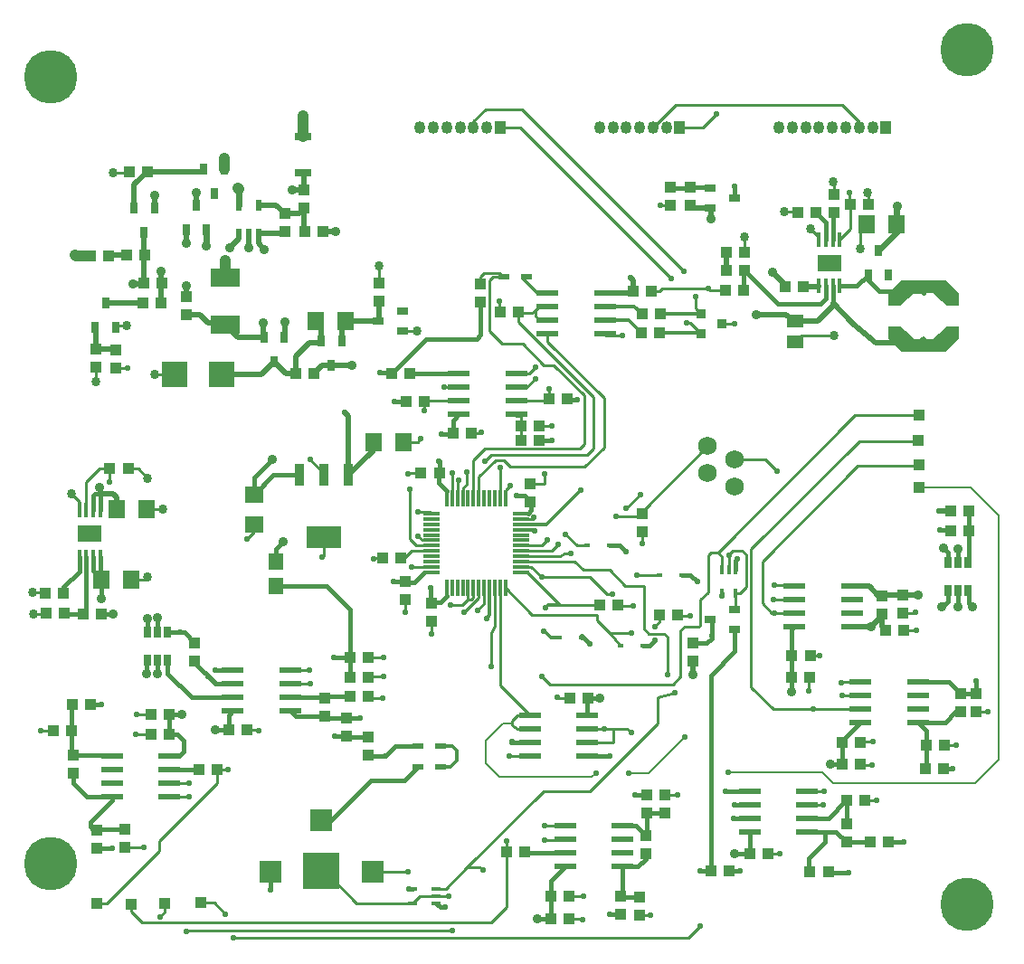
<source format=gtl>
G04 DipTrace 3.2.0.1*
G04 SiC_V3_BM.GTL*
%MOMM*%
G04 #@! TF.FileFunction,Copper,L1,Top*
G04 #@! TF.Part,Single*
%AMOUTLINE0*
4,1,10,
3.3,0.025,
2.125,-1.15,
-2.125,-1.15,
-3.3,0.025,
-3.3,1.15,
-2.125,1.15,
-0.875,0.025,
0.925,0.025,
2.125,1.15,
3.3,1.15,
3.3,0.025,
0*%
%AMOUTLINE3*
4,1,10,
-3.3,-0.025,
-2.125,1.15,
2.125,1.15,
3.3,-0.025,
3.3,-1.15,
2.125,-1.15,
0.875,-0.025,
-0.925,-0.025,
-2.125,-1.15,
-3.3,-1.15,
-3.3,-0.025,
0*%
G04 #@! TA.AperFunction,Conductor*
%ADD14C,0.254*%
%ADD15C,0.3*%
%ADD16C,0.4*%
%ADD17C,0.6*%
%ADD18C,0.5*%
%ADD19C,1.0*%
G04 #@! TA.AperFunction,ViaPad*
%ADD20C,0.87*%
G04 #@! TA.AperFunction,Conductor*
%ADD21C,0.3048*%
%ADD22C,0.2541*%
%ADD23C,0.16*%
%ADD24C,0.4064*%
%ADD27R,1.0X1.1*%
%ADD28R,1.6X1.8*%
%ADD29R,1.8X1.6*%
%ADD30R,1.1X1.0*%
%ADD31R,1.5X1.3*%
G04 #@! TA.AperFunction,ComponentPad*
%ADD32R,1.05X1.15*%
%ADD34O,1.05X1.15*%
%ADD36R,0.65X1.05*%
%ADD38R,1.6X0.8*%
%ADD40R,2.4X2.4*%
%ADD42R,1.05X0.65*%
%ADD44R,2.0X0.6*%
%ADD46R,0.59X0.45*%
%ADD47R,1.06X0.54*%
%ADD48R,1.42233X1.524*%
%ADD50R,0.69X0.99*%
%ADD51R,2.7X1.8*%
%ADD52R,2.0X2.0*%
%ADD53R,3.5X3.5*%
G04 #@! TA.AperFunction,ComponentPad*
%ADD54C,1.75*%
%ADD57R,0.3X1.6*%
%ADD58R,1.6X0.3*%
%ADD60R,0.4X1.4*%
%ADD61R,2.2X1.5*%
%ADD62R,0.85X0.85*%
%ADD64R,0.95X2.15*%
%ADD65R,3.25X2.15*%
%ADD67R,0.6X1.1*%
%ADD69R,0.9X0.4*%
%ADD71R,0.4X0.9*%
%ADD72R,1.1X1.1*%
G04 #@! TA.AperFunction,ComponentPad*
%ADD73C,5.0*%
G04 #@! TA.AperFunction,ViaPad*
%ADD75C,0.57*%
%ADD76C,0.8636*%
%ADD159OUTLINE0*%
%ADD162OUTLINE3*%
%FSLAX35Y35*%
G04*
G71*
G90*
G75*
G01*
G04 Top*
%LPD*%
X2058207Y5584330D2*
D14*
X1960567D1*
X1835880Y5459643D1*
Y5199987D1*
X2058207Y5584330D2*
Y5462600D1*
X6035727Y5002173D2*
Y5014150D1*
D15*
X5905397D1*
X9252677Y7631290D2*
D17*
X9420370Y7798983D1*
Y7876870D1*
X8259433Y7424913D2*
X8379543Y7304803D1*
Y7285333D1*
X9424933Y8042627D2*
X9420370Y8038063D1*
Y7876870D1*
X8889677Y7733290D2*
D14*
X8985933Y7829547D1*
Y8060253D1*
X5905397Y5064150D2*
D15*
X6142253D1*
X6462167Y5384063D1*
X8981240Y8166497D2*
D14*
Y8060253D1*
X8985933D1*
X7903920Y8232020D2*
D16*
X7905987Y8229953D1*
Y8120850D1*
X7675987Y8025850D2*
D18*
X7682863Y8018973D1*
Y7923317D1*
X7675987Y8025850D2*
X7489910D1*
Y8048503D1*
X4527213Y5835547D2*
Y5759537D1*
X4291567Y5523890D1*
Y6074677D1*
X4258023Y6108220D1*
X6695863Y7233620D2*
X6941640D1*
X6955357Y7247337D1*
Y7346933D1*
X6929737Y7372553D1*
X7681027Y1822373D2*
D16*
Y1818363D1*
X7578667D1*
X5818397Y3027273D2*
X5814397Y3023273D1*
X5988397D1*
X7681027Y1822373D2*
Y3651747D1*
X7908393Y3879113D1*
Y4077990D1*
X4478397Y2902273D2*
X4484397Y2896273D1*
X4633397D1*
X6732587D2*
X6528397D1*
X4939650Y2989547D2*
X4726670D1*
X4633397Y2896273D1*
X2117293Y6530093D2*
D14*
X2120083Y6527303D1*
X2222463D1*
X5802523Y5428867D2*
X5760397Y5386740D1*
Y5309150D1*
X6155863Y7106620D2*
X6077377D1*
X6043673Y7072917D1*
Y7012887D1*
X6066320Y6990240D1*
X6145243D1*
X6155863Y6979620D1*
X5360397Y5309150D2*
Y5404390D1*
X5397027Y5441020D1*
Y5549727D1*
X5564997Y5652617D2*
X5629457Y5717077D1*
X6526987D1*
X6581530Y5771620D1*
Y6254477D1*
X5878977Y6957030D1*
Y7055290D1*
X5865677Y7041990D1*
X6011343D1*
X6072143Y7102790D1*
X6155863D1*
Y7106620D1*
X2413307Y5495523D2*
X2324500Y5584330D1*
X2228207D1*
X2553427Y5208367D2*
X2548707Y5203647D1*
X2401860D1*
X2236560Y8365377D2*
X2225733Y8354550D1*
X2084773D1*
X2665440Y6466353D2*
X2664423Y6465337D1*
X2477053D1*
X1923083Y6532730D2*
X1923480Y6532333D1*
Y6403337D1*
X2111530Y6904413D2*
X2130727Y6923610D1*
X2217623D1*
X1770880Y5199987D2*
Y5273077D1*
X1712807Y5331150D1*
Y5352220D1*
X1700850D1*
X1867233Y4984353D2*
X1868380Y4983207D1*
X2409557Y4568377D2*
X2384303Y4543123D1*
X2254443D1*
X1455880Y4419987D2*
X1449640Y4426227D1*
X1335163D1*
X1460880Y4229987D2*
X1458770Y4227877D1*
X1342287D1*
X4807213Y5835547D2*
X4937183D1*
X4970557Y5868920D1*
X5260550Y5541873D2*
Y5309150D1*
X5260397D1*
X8465407Y4488437D2*
X8462790Y4491053D1*
X8279030D1*
X8465407Y4361437D2*
X8463817Y4359847D1*
X8272257D1*
X9480537Y4233313D2*
X9595170D1*
Y4236880D1*
X9602447Y4067853D2*
X9485523D1*
Y4070760D1*
X8699073Y3836420D2*
X8697400Y3834747D1*
X8612017D1*
X8605407Y3629830D2*
X8595373Y3619797D1*
Y3501593D1*
X10277627Y3305803D2*
X10274620Y3308810D1*
X10163457D1*
X8906183Y3584473D2*
X8907810Y3586100D1*
X9083457D1*
X8911493Y3464593D2*
X8916987Y3459100D1*
X9083457D1*
X9083563Y3023763D2*
X9086530Y3026730D1*
X9203740D1*
X9083563Y2818763D2*
X9090100Y2812227D1*
X9192450D1*
X9868457Y2995100D2*
X9872940Y2999583D1*
X9978290D1*
X8586027Y2568373D2*
X8588720Y2565680D1*
X8741873D1*
X9121027Y2477373D2*
X9234787D1*
Y2476797D1*
X7908393Y4267990D2*
X7917103Y4276700D1*
Y4418517D1*
X7954257D1*
X8010920Y4475180D1*
Y4780397D1*
X7975437Y4815880D1*
X7886887D1*
X7852103Y4781097D1*
Y4638517D1*
X7853007D2*
X7852103D1*
X8221027Y1977373D2*
X8221183Y1977217D1*
X8332023D1*
X7255437Y2527907D2*
X7255940Y2528410D1*
X7367050D1*
X6241320Y3443647D2*
X6245143Y3439823D1*
X6363430D1*
X5800237Y2892043D2*
X5988397D1*
Y2896273D1*
X6027917Y5128230D2*
X6035350D1*
X6021270Y5114150D1*
X5905397D1*
X7117670Y1407287D2*
X7013397D1*
Y1402273D1*
X6487940Y1585157D2*
X6485057Y1582273D1*
X6358397D1*
X6486073Y1363097D2*
X6481897Y1367273D1*
X6354067D1*
X6317120Y2239550D2*
X6311723Y2244947D1*
X6124057D1*
X6317120Y2112550D2*
X6311427Y2106857D1*
X6125923D1*
X4851380Y1809083D2*
X4514163D1*
Y1811757D1*
X4892233Y1517513D2*
X4957233Y1582513D1*
X5112233D1*
X5227900D1*
Y1583560D1*
X4892233Y1517513D2*
X4369000D1*
X4069757Y1816757D1*
X4038787D1*
X8473943Y6775813D2*
X8531510Y6833380D1*
X8838370D1*
X8497677Y7986290D2*
X8492143Y7991823D1*
X8369197D1*
X9152133Y8172280D2*
X9155933Y8168480D1*
Y8060253D1*
X9140370Y7876870D2*
X9084257Y7820757D1*
Y7646583D1*
X8614833Y7830380D2*
X8694677Y7750537D1*
Y7733290D1*
X8792177Y7513290D2*
X8793857D1*
X8831547Y8274810D2*
X8831967Y8274390D1*
Y8152420D1*
X4579433Y7485347D2*
X4580443Y7484337D1*
Y7326503D1*
X4933070Y6873940D2*
X4930823Y6871693D1*
X4799243D1*
X4848080Y5539403D2*
X4849703Y5541027D1*
X4970247D1*
X6122700Y5534193D2*
Y5441287D1*
X5994517D1*
X8000963Y7752753D2*
X7999667Y7751457D1*
Y7612313D1*
X8793857Y7512500D2*
X8748923Y7467567D1*
X8710057D1*
X8872907Y7466490D2*
X8826897Y7512500D1*
X8793857D1*
X8873983Y7560313D2*
X8826170Y7512500D1*
X8710057Y7560313D2*
X8757870Y7512500D1*
X8793857D1*
X7037057Y4881203D2*
X7037447Y4881593D1*
Y4997227D1*
X5536897Y5922070D2*
X5532597Y5917770D1*
X5441583D1*
X6193010Y5982267D2*
X6077217D1*
Y5982800D1*
X4061567Y4943890D2*
Y4770120D1*
X4047840Y4756393D1*
X3404820Y5058310D2*
Y4996330D1*
X3338073Y4929583D1*
X4061567Y5523890D2*
Y5539887D1*
X3931523Y5669930D1*
X4528010Y4743683D2*
X4532697Y4748370D1*
X4613203D1*
X4473397Y3820413D2*
X4474567Y3819243D1*
X4615837D1*
X4478397Y3627273D2*
X4488547Y3637423D1*
X4622450D1*
X4473397Y3452273D2*
X4486597Y3439073D1*
X4612530D1*
X3448877Y3134213D2*
X3445817Y3137273D1*
X3338397D1*
X3747897Y3697773D2*
X3748743Y3696927D1*
X3924917D1*
X5242787Y4308817D2*
X5245637Y4311667D1*
X5359387D1*
X5410397Y4362677D1*
Y4469150D1*
X5065397Y4664150D2*
X5062863Y4666683D1*
X4885890D1*
X2800460Y2639707D2*
X2798690Y2641477D1*
X2616520D1*
X2375487Y2039043D2*
X2375387Y2038943D1*
X2199723D1*
X1531520Y3135477D2*
X1529443Y3133400D1*
X1409353D1*
X2441520Y3095477D2*
X2439960Y3097037D1*
X2300743D1*
X2444070Y3283090D2*
X2440233Y3286927D1*
X2311477D1*
X2616520Y2514477D2*
X2619423Y2511573D1*
X2798933D1*
X4819720Y4243363D2*
X4820087Y4243730D1*
Y4361130D1*
X5066373Y4041560D2*
X5067923Y4043110D1*
Y4158213D1*
X5865583Y6474290D2*
X5980127D1*
X6042193Y6536357D1*
X7817637Y7256303D2*
X7672387D1*
X7658717Y7269973D1*
X6695863Y6852620D2*
Y6835447D1*
X6855067D1*
X5708977Y7055290D2*
X5703507D1*
Y7150353D1*
X7788740Y6942697D2*
X7907053D1*
X7125357Y7247337D2*
X7205767D1*
X7228403Y7269973D1*
X7658717D1*
X5410397Y4469150D2*
Y4357110D1*
X5436863D1*
X5457807Y4378053D1*
Y4471740D1*
X5460397Y4469150D1*
X5497893Y4260593D2*
X5560397Y4323097D1*
Y4469150D1*
X8046027Y2314373D2*
D16*
X7896997D1*
X10132803Y4288360D2*
X10093303Y4327860D1*
Y4437897D1*
X10085983Y4445217D1*
X10090013D1*
X3207897Y3443773D2*
X3206397Y3442273D1*
X2823397D1*
X2598397Y3667273D1*
Y3792273D1*
X8586027Y2314373D2*
X8783027D1*
X8946027Y2477373D1*
X8951027D1*
X8956027Y2472373D1*
Y2257373D1*
X6695863Y6979620D2*
D21*
X6910060D1*
X7029503Y6860177D1*
X6695863Y7106620D2*
X6964650D1*
X7037613Y7033657D1*
X4068397Y3437273D2*
D16*
X4061897Y3443773D1*
X3747897D1*
X4068397Y3437273D2*
X4083397Y3452273D1*
X4303397D1*
X2199723Y2208943D2*
X1939127D1*
Y2202210D1*
X1903360D1*
X1874870Y2230700D1*
Y2278073D1*
X2076520Y2479723D1*
Y2514477D1*
X2075520Y2515477D1*
X1841520D1*
X1716520Y2640477D1*
Y2735477D1*
X2076520Y2895477D2*
X2066520Y2905477D1*
X1716520D1*
X1701520D1*
Y3135477D1*
Y3375477D1*
X1706520D1*
X7086167Y2357800D2*
X7086273Y2357907D1*
X7255437D1*
X7073933Y2146413D2*
X6980797Y2239550D1*
X6857120D1*
X7073933Y2146413D2*
X7086167Y2158647D1*
Y2357800D1*
X10018957Y3480600D2*
X9913457Y3586100D1*
X9623457D1*
X10018957Y3480600D2*
X10020747Y3478810D1*
X10163457D1*
X9347963Y2091543D2*
X9485233D1*
X10163457Y3597503D2*
Y3478810D1*
X9623457Y3205100D2*
X9628457Y3210100D1*
X9873457D1*
X9973957Y3310600D1*
X10018957D1*
X9623457Y3205100D2*
X9698457Y3130100D1*
Y2995100D1*
Y2775100D1*
X9688457D1*
X6838397Y1582273D2*
X6848397Y1572273D1*
X7013397D1*
X6838397Y1582273D2*
X6857120Y1600997D1*
Y1858550D1*
X6999020D1*
X7073933Y1933463D1*
Y1976413D1*
X9285270Y4396213D2*
D18*
X9292370Y4403313D1*
X9480537D1*
X9005407Y4488437D2*
X9011010Y4482833D1*
X9166520D1*
X9253140Y4396213D1*
X9285270D1*
X9480537Y4403313D2*
X9622973D1*
X9817313Y5191597D2*
X9927323D1*
X9005407Y4107437D2*
X9186063D1*
X9285270Y4206643D1*
Y4226213D1*
X9315523Y4070760D2*
X9330850Y4055433D1*
X9339643D1*
X9285270Y4109807D1*
Y4226213D1*
X7516143Y3653053D2*
Y3779617D1*
X1921530Y6904413D2*
X1923083Y6902860D1*
Y6702730D1*
X2117293Y6700093D2*
X2114657Y6702730D1*
X1923083D1*
X9157677Y7401290D2*
D16*
X9049677Y7293290D1*
X8889677D1*
X9157677Y7401290D2*
Y7347920D1*
X9263070Y7242527D1*
X9663063D1*
X9674490Y7231100D1*
X5943397Y1997273D2*
X5955120Y1985550D1*
X6317120D1*
X2891520Y2765477D2*
X2888520Y2768477D1*
X2616520D1*
X2368833Y7136663D2*
D18*
X2366583Y7134413D1*
X2016530D1*
X8694677Y7293290D2*
D16*
X8686720Y7285333D1*
D18*
X8549543D1*
X8667677Y7986290D2*
D16*
X8759677Y7894290D1*
Y7733290D1*
X8824677D2*
Y7982420D1*
X8831967D1*
X7996703Y7444290D2*
X8309080Y7131913D1*
X8709637D1*
X8759677Y7181953D1*
Y7293290D1*
X7996703Y7444290D2*
X7987637Y7435223D1*
Y7256303D1*
X7829667Y7612313D2*
D18*
X7826703Y7609350D1*
Y7444290D1*
X3867913Y8352030D2*
X3877583Y8342360D1*
Y8191430D1*
X2543457Y7323710D2*
X2538833Y7319087D1*
Y7136663D1*
X3877583Y8191430D2*
X3767490D1*
X3358870Y7654257D2*
Y7780903D1*
X2543457Y7323710D2*
X2539143Y7328023D1*
Y7431260D1*
X2938633Y8393507D2*
X2910503Y8365377D1*
X2406560D1*
X2284720Y8243537D1*
Y8029800D1*
X2045600Y7579927D2*
X2047480Y7581807D1*
X2213287D1*
X2771950Y7818230D2*
X2770040Y7698527D1*
Y7298523D2*
X2774877Y7293687D1*
Y7196867D1*
X3137407Y6931763D2*
X3256640Y6812530D1*
X3501877D1*
X3137407Y6931763D2*
X3121550Y6947620D1*
X2976123D1*
X2896877Y7026867D1*
X2774877D1*
X4049107Y7808760D2*
X4171603D1*
X3493723Y6948243D2*
Y6812530D1*
X3501877D1*
X2866950Y8048230D2*
Y8170400D1*
X3184210Y7654690D2*
X3263870Y7734350D1*
Y7780903D1*
X3691877Y6812530D2*
X3699990D1*
Y6957923D1*
X2474720Y8029800D2*
Y8144373D1*
X3694517Y7971973D2*
X3615587Y8050903D1*
X3453870D1*
X3877583Y8021430D2*
X3828127Y7971973D1*
X3694517D1*
X3879107Y7808760D2*
X3877583Y7810283D1*
Y8021430D1*
X2379720Y7799800D2*
Y7581807D1*
X2383287D1*
X2373457Y7571977D1*
Y7323710D1*
X3453870Y7780903D2*
X3460377Y7787410D1*
X3694517D1*
Y7801973D1*
X2373457Y7323710D2*
X2365847Y7316100D1*
X2275247D1*
X3505703Y7639910D2*
X3453870Y7691743D1*
Y7780903D1*
X7373397Y4217273D2*
D14*
X7383080Y4207590D1*
X7493397D1*
X8638987Y3332100D2*
X9083457D1*
X8638987D2*
X8264947D1*
X8061200Y3535847D1*
Y4832683D1*
X9069480Y5840963D1*
X9609653D1*
X9619137Y5850447D1*
X6813397Y4312273D2*
Y4304193D1*
X6959720D1*
X8273410Y4233927D2*
X8465407D1*
Y4234437D1*
X8273410Y4233927D2*
X8253337D1*
X8165587Y4321677D1*
Y4717453D1*
X9058210Y5610077D1*
X9621970D1*
X9630503Y5618610D1*
X3596877Y6582530D2*
D18*
X3705487Y6473920D1*
X3795703D1*
X3984410Y6963083D2*
X4037080Y7015753D1*
Y6782927D1*
X3596877Y6582530D2*
X3480700Y6466353D1*
X3105440D1*
X4037080Y6782927D2*
X4020747Y6766593D1*
X3926357D1*
X3795703Y6635940D1*
Y6473920D1*
X4264410Y6963083D2*
X4227080Y7000413D1*
Y6782927D1*
X4264410Y6963083D2*
X4268020Y6966693D1*
X4569243D1*
X4580443D1*
Y7156503D1*
X1630880Y4229987D2*
D16*
X1635880Y4224987D1*
X1805880D1*
X1835880Y4759987D2*
Y4224987D1*
X1805880D1*
X1770880Y4759987D2*
Y4620737D1*
X1625880Y4475737D1*
Y4419987D1*
X5065397Y4814150D2*
D14*
X4878017D1*
X4783203Y4719337D1*
Y4748370D1*
X5325583Y6474290D2*
D16*
X5320530Y6479343D1*
X5043370D1*
X5042100Y6478073D1*
X4862247D1*
X7675987Y8215850D2*
X7673333Y8218503D1*
X7489910D1*
X7485910Y8214503D1*
X7307293D1*
Y8222177D1*
X5865583Y6093290D2*
D17*
X5907217D1*
D14*
Y5982800D1*
X5908400Y5981617D1*
Y5849460D1*
X6155863Y7233620D2*
D21*
X6058510D1*
X5931180Y7360950D1*
X5939707D1*
X5959070Y7380313D1*
X5153650Y2989547D2*
X5259897D1*
X5301467Y2947977D1*
Y2853897D1*
X5244963Y2797393D1*
X5155943D1*
X4038787Y2292130D2*
D16*
X4125253D1*
X4503557Y2670433D1*
X4814983D1*
X4941943Y2797393D1*
X7037447Y5167227D2*
D14*
X7005383Y5135163D1*
X6791310D1*
X5376667Y4240430D2*
X5510397Y4374160D1*
Y4469150D1*
X7651020Y5797773D2*
X7037447Y5184200D1*
Y5167227D1*
X7307293Y8052177D2*
X7211803D1*
X5710397Y5597583D2*
Y5309150D1*
X8586027Y2187373D2*
D16*
X8753127D1*
Y2092290D1*
X8599980Y1939143D1*
Y1810150D1*
X8611027D1*
X9177963Y2091543D2*
X9173793Y2087373D1*
X8956027D1*
X8856027Y2187373D1*
X8586027D1*
X8781027Y1810150D2*
Y1805670D1*
X8973607D1*
X9943037Y2775100D2*
X9858457D1*
X7959213Y1822373D2*
X7851027D1*
X3747897Y3316773D2*
X3797397Y3267273D1*
X4068397D1*
X4083397Y3252273D1*
X4273397D1*
X4278397Y3247273D1*
X4398397D1*
X6974370Y2527800D2*
X7086167D1*
X4273397Y3082273D2*
X4283397Y3072273D1*
X4483397D1*
X4478397D1*
X6838397Y1412273D2*
X6835313Y1415357D1*
X6734390D1*
X4163397Y3082273D2*
X4273397D1*
X10090013Y4704217D2*
X10097777Y4711980D1*
Y5006503D1*
X10097323Y5191597D2*
X10097777Y5191143D1*
Y5006503D1*
X8046027Y2441373D2*
X7906250D1*
X7689073Y4023907D2*
Y4172990D1*
X7678393D1*
X7689073Y4023907D2*
Y3999103D1*
X7639587Y3949617D1*
X7516143D1*
X9927777Y5006503D2*
Y5010623D1*
X9830403D1*
X2853397Y3957273D2*
X2759397Y4051273D1*
X2718397D1*
X2598397D1*
X1939127Y2032210D2*
X2076493D1*
X3207897Y3570773D2*
X3049897D1*
X2833397Y3787273D1*
X2853397D1*
X1876520Y3375477D2*
X1974907D1*
X2973397Y3642273D2*
X3044897Y3570773D1*
X3207897D1*
X3563413Y1811757D2*
Y1639590D1*
X7199503Y6860177D2*
D21*
X7576260D1*
X7588740Y6847697D1*
D14*
X7488900Y6947537D1*
X7452013D1*
X7308063Y7367717D2*
X5900780Y8775000D1*
X5711000D1*
X7207613Y7033657D2*
D21*
X7584700D1*
X7588740Y7037697D1*
X5461000Y8775000D2*
D14*
Y8839440D1*
X5572657Y8951097D1*
X5918870D1*
X7433113Y7436853D1*
X7537367Y7198027D2*
Y7089070D1*
X7588740Y7037697D1*
X6155863Y6852620D2*
Y6771330D1*
X6683337Y6243857D1*
Y5785323D1*
X6501063Y5603050D1*
X5801167D1*
X5741777Y5662440D1*
X5665340D1*
X5510397Y5507497D1*
Y5309150D1*
X5865583Y6347290D2*
X5959733D1*
X6039703Y6427260D1*
X7734320Y8902583D2*
X7606737Y8775000D1*
X7391000D1*
X6170333Y6236037D2*
X6154587Y6220290D1*
X5865583D1*
X6170333Y6236037D2*
Y6335320D1*
X4938053Y4955877D2*
X4979780Y4914150D1*
X5065397D1*
X5325583Y6347290D2*
X5323430Y6349443D1*
X5187233D1*
X7141000Y8775000D2*
X7353007Y8987007D1*
X8915570D1*
X9071000Y8831577D1*
Y8775000D1*
X5003517Y6213260D2*
X5010547Y6220290D1*
X5325583D1*
X5003517Y6213260D2*
X5000393Y6210137D1*
Y6130187D1*
X4862267Y5394143D2*
Y4922783D1*
X4920900Y4864150D1*
X5065397D1*
X7020130Y5345480D2*
X6886483Y5211833D1*
X4938443Y5178373D2*
X5051173D1*
X5065397Y5164150D1*
X7905020Y5674773D2*
X8189677D1*
X8305767Y5558683D1*
X5325180Y5477047D2*
X5310397Y5462263D1*
Y5309150D1*
X5529387Y7312123D2*
Y7385290D1*
X5562773Y7418677D1*
X5692107D1*
X5706707D1*
X5745070Y7380313D1*
X5692107Y7418677D2*
X5728213Y7382570D1*
X5640210D1*
X5609217Y7351577D1*
Y6872367D1*
X5728697Y6752887D1*
X5921190D1*
X6118127Y6555950D1*
D22*
X6215407D1*
X6496680Y6274677D1*
D14*
Y5814110D1*
X6454677Y5772107D1*
X5566450D1*
X5460397Y5666053D1*
Y5309150D1*
X3965703Y6473920D2*
D18*
X4044710Y6552927D1*
X4132080D1*
X8473943Y6965813D2*
Y6946250D1*
X8391107Y7029087D1*
X8110260D1*
X4323667Y6552927D2*
X4132080D1*
X1965880Y5199987D2*
D16*
Y5347170D1*
X1956983Y5356067D1*
Y5412333D1*
X1900880Y5199987D2*
Y5329030D1*
X1919207Y5347357D1*
X1965880D1*
Y5199987D2*
Y5352303D1*
D18*
X2087817D1*
X2121860Y5318260D1*
Y5203647D1*
X8473943Y6965813D2*
X8682097D1*
X8824677Y7108393D1*
Y7137493D1*
D16*
Y7293290D1*
Y7137493D2*
D18*
X9016317Y6945853D1*
X9224607Y6768257D1*
X9641647D1*
X9674490Y6801100D1*
X5905397Y4714150D2*
D14*
X6409827D1*
X6488383Y4635593D1*
X6737563D1*
X6883170Y4489987D1*
X7057767D1*
Y4085600D1*
X7104183Y4039183D1*
X7248297D1*
X7276490Y4010990D1*
Y3656980D1*
X7348650Y3489080D2*
X7181193Y3441060D1*
Y3202903D1*
X6546583Y2568293D1*
X6117897D1*
X5402127Y1852523D1*
X5200623Y1651020D1*
X5115740D1*
X5112233Y1647513D1*
X5402127Y1852523D2*
X5518833D1*
X5547440Y1823917D1*
X5259103Y1262440D2*
X2763517D1*
X2775627Y1250330D1*
X2526433Y1389017D2*
X2572343Y1434927D1*
Y1511050D1*
X5760397Y4469150D2*
X6012273Y4217273D1*
X6614750D1*
Y4161997D1*
X6732447Y4044300D1*
X6840983Y3924267D1*
X7203397Y4217273D2*
Y4153807D1*
X7157777Y4108187D1*
X6938167Y4044300D2*
X6732447D1*
X5905397Y4814150D2*
X6196113D1*
X6257410Y4875447D1*
X5770613Y2097453D2*
Y1997273D1*
X5773397D1*
X7205773Y4591823D2*
X6995573D1*
X6989173Y4585423D1*
X5773397Y1997273D2*
Y1478943D1*
X5627760Y1333307D1*
X2359597D1*
X2254887Y1438017D1*
Y1509807D1*
X3128360Y8489933D2*
D19*
X3128633Y8393507D1*
X3260470Y8208853D2*
X3263870Y8205453D1*
D17*
Y8050903D1*
X3137297Y7534920D2*
D19*
X3137407Y7534810D1*
Y7371763D1*
X1732930Y7583810D2*
X1736813Y7579927D1*
X1875600D1*
X2956447Y7669597D2*
D17*
X2961950Y7818230D1*
X3868157Y8885893D2*
D19*
Y8827120D1*
X3867913D1*
Y8692030D1*
X5988397Y3277273D2*
D14*
X5871333D1*
X5821780Y3227720D1*
Y3200017D1*
Y3180573D1*
X5875763Y3150273D1*
X5988397D1*
Y3277273D2*
X5710397Y3555273D1*
Y4469150D1*
X5821780Y3200017D2*
D23*
X5737960D1*
X5572853Y3034910D1*
Y2829670D1*
X5702077Y2700447D1*
X6568633D1*
X6606040Y2737853D1*
X6910997D2*
X7102507D1*
X7435460Y3070807D1*
X7845100Y2741757D2*
X8725877D1*
X8829873Y2637760D1*
X10159353D1*
X10380933Y2859340D1*
Y5143513D1*
X10111177Y5413270D1*
X9628227D1*
X9632150Y5409347D1*
X6528397Y3150273D2*
D14*
X6771737D1*
Y3023273D1*
X6528397D1*
X5905397Y4764150D2*
X6269770D1*
X6313483Y4787557D1*
X6372057D1*
X6688397Y3147273D2*
X6685397Y3150273D1*
X6528397D1*
X6688397Y3151507D2*
X6898547D1*
X6937587Y3112467D1*
X7584270Y1299450D2*
X7475810Y1190990D1*
X3212803D1*
X3138327Y1416103D2*
X3032510Y1521920D1*
X2908543D1*
X5905397Y4614150D2*
D15*
X5968483D1*
D14*
X6270360Y4312273D1*
X6643397D1*
X6270360D2*
D21*
X6158047D1*
X6131897Y4286123D1*
X6121217Y4065893D2*
Y4069617D1*
X6186363Y4004470D1*
X6264633D1*
X6264943Y4004780D1*
X3061520Y2765477D2*
D14*
X3160560D1*
X6153397Y4917273D2*
X6100273Y4864150D1*
X5905397D1*
X6528217Y4865563D2*
X6427963D1*
X6324047Y4969480D1*
X3061520Y2765477D2*
Y2638620D1*
X2518600Y2095700D1*
Y2004293D1*
X2029547Y1515240D1*
X1938140D1*
X3168397Y3137273D2*
D16*
X3163507Y3142163D1*
X3041560D1*
X2614070Y3283090D2*
X2611520Y3280540D1*
Y3095477D1*
X2406727Y4181753D2*
X2408397Y4180083D1*
Y4051273D1*
X2502590Y4189807D2*
X2503397Y4189000D1*
Y4051273D1*
X2408397Y3792273D2*
X2401553Y3785430D1*
Y3665807D1*
X2503397Y3792273D2*
X2499737Y3788613D1*
Y3662170D1*
X2091923Y4223403D2*
X2090340Y4224987D1*
X1975880D1*
X1975460Y4366923D2*
X1974443Y4367940D1*
Y4543123D1*
X6533430Y3439823D2*
X6528397Y3434790D1*
Y3277273D1*
X7902933Y1980010D2*
X7905570Y1977373D1*
X8051027D1*
X6317120Y1858550D2*
X6188397Y1729827D1*
Y1582273D1*
X6184067Y1577943D1*
Y1367273D1*
X8046027Y2187373D2*
X8051027Y2182373D1*
Y1977373D1*
X3207897Y3316773D2*
X3168397Y3277273D1*
Y3137273D1*
X9083457Y3205100D2*
X8913563Y3035207D1*
Y3023763D1*
Y2818763D1*
X9839833Y4291880D2*
X9846343D1*
X9900013Y4345550D1*
Y4445217D1*
X9995013D2*
X9991833Y4442037D1*
Y4289243D1*
X9857507Y4842093D2*
X9900013Y4799587D1*
Y4704217D1*
X9995080Y4832017D2*
X9995013Y4831950D1*
Y4704217D1*
X8465407Y4107437D2*
X8436240Y4078270D1*
Y3834747D1*
X8442017D1*
X8435407Y3828137D1*
Y3629830D1*
X8434190Y3628613D1*
Y3493957D1*
X8798260Y2818300D2*
X8798723Y2818763D1*
X8913563D1*
X6645380Y3439107D2*
X6644663Y3439823D1*
X6533430D1*
X6058527Y1369347D2*
X6060600Y1367273D1*
X6184067D1*
X2611520Y3095477D2*
X2687253D1*
X2746427Y3036303D1*
Y2934130D1*
X2707773Y2895477D1*
X2616520D1*
X2734057Y3286143D2*
X2731003Y3283090D1*
X2614070D1*
X6475943Y4004780D2*
Y4018720D1*
X6552833Y3941830D1*
X6739217Y4865563D2*
X6832703D1*
X6892220Y4806047D1*
X7416773Y4591823D2*
X7492073D1*
X7553293Y4530603D1*
X7051983Y3924267D2*
X7107040D1*
X7158193Y3975420D1*
X1974443Y4543123D2*
Y4553800D1*
X1965880Y4562363D1*
Y4759987D1*
X1900880D2*
Y4627363D1*
X1965880Y4562363D1*
X5905397Y4664150D2*
D14*
X6001660D1*
X6098790Y4567020D1*
X3935400Y3573510D2*
Y3570773D1*
X3747897D1*
X6098790Y4567020D2*
X6552713D1*
X6712460Y4407273D1*
X6763397D1*
X8731997Y2441373D2*
X8586027D1*
X5067923Y4328213D2*
D16*
X5072843Y4333133D1*
X5152780D1*
X5210397Y4390750D1*
D15*
Y4469150D1*
X5067923Y4328213D2*
D16*
X5056133Y4340003D1*
Y4466310D1*
X4708557Y4528980D2*
X4710707Y4531130D1*
X4820087D1*
X5864897Y5332737D2*
X5944370D1*
X5994517Y5282590D1*
Y5271287D1*
X6001020Y5264783D1*
Y5194050D1*
X5971120Y5164150D1*
D15*
X5905397D1*
X5138553Y5655943D2*
D16*
X5140247Y5654250D1*
Y5541027D1*
X5137753Y5538533D1*
Y5448983D1*
X5210397Y5376340D1*
D15*
Y5309150D1*
X4820087Y4531130D2*
D16*
X4827687Y4523530D1*
X4907127D1*
X4997747Y4614150D1*
D15*
X5065397D1*
X3681880Y4899623D2*
D16*
X3612250Y4829993D1*
Y4713557D1*
X5325583Y6093290D2*
X5271583Y6039290D1*
Y5917770D1*
X6432063Y6230537D2*
X6340333D1*
Y6236037D1*
X6194293Y5852580D2*
X6191173Y5849460D1*
X6078400D1*
X5271583Y5917770D2*
X5264227Y5910413D1*
X5164647D1*
X4833517Y6213260D2*
X4831663Y6215113D1*
X4717113D1*
X4692247Y6478073D2*
X4688590Y6481730D1*
X4588567D1*
X3831567Y5523890D2*
X3590400D1*
X3404820Y5338310D1*
Y5502913D1*
X3577627Y5675720D1*
X5529387Y7142123D2*
D24*
Y6836470D1*
X5494023Y6801107D1*
X5015280D1*
X4692247Y6478073D1*
X4303397Y3820413D2*
D16*
Y3627273D1*
X4308397D1*
X3612250Y4484957D2*
X4082743D1*
X4303397Y4264303D1*
Y3820413D1*
X4297813Y3814830D1*
X4155193D1*
X3048397Y3697773D2*
X3207897D1*
X7787103Y4418517D2*
Y4393847D1*
X7931763Y4736720D2*
X7917103Y4722060D1*
Y4638517D1*
X8046027Y2568373D2*
X7816670D1*
X5584740Y4178230D2*
D15*
X5580887Y4182083D1*
X5610397Y4211593D1*
Y4469150D1*
X5112233Y1517513D2*
D16*
X5150673Y1479073D1*
X5192520D1*
X4859257Y1647513D2*
X4892233D1*
X5660397Y4469150D2*
D14*
Y4114970D1*
X5623237Y4047560D1*
Y3734380D1*
X6099983Y3643047D2*
X6176267Y3566763D1*
X7326947D1*
X7400337Y3640153D1*
Y4071307D1*
X7437033Y4108003D1*
X7574633D1*
X7585483Y4118853D1*
Y4355687D1*
X7655903Y4426107D1*
Y4771163D1*
X7681147Y4796407D1*
X7751563D1*
X7787103Y4760867D1*
Y4638517D1*
X9627920Y6085903D2*
X9033890D1*
X7751563Y4803577D1*
Y4796407D1*
D75*
X2058207Y5462600D3*
X6035727Y5002173D3*
X6462167Y5384063D3*
X8981240Y8166497D3*
X7903920Y8232020D3*
X4258023Y6108220D3*
X6929737Y7372553D3*
X7578667Y1818363D3*
X5818397Y3027273D3*
X4633397Y2896273D3*
X6732587D3*
X2222463Y6527303D3*
X5802523Y5428867D3*
X5397027Y5549727D3*
X5564997Y5652617D3*
X4970557Y5868920D3*
X4047840Y4756393D3*
X3338073Y4929583D3*
X3931523Y5669930D3*
X6042193Y6536357D3*
X7658717Y7269973D3*
X6855067Y6835447D3*
X5703507Y7150353D3*
X7907053Y6942697D3*
X7896997Y2314373D3*
D20*
X10132803Y4288360D3*
D75*
X9485233Y2091543D3*
X10163457Y3597503D3*
D20*
X9622973Y4403313D3*
D75*
X9817313Y5191597D3*
D20*
X7516143Y3653053D3*
X9186063Y4107437D3*
X3767490Y8191430D3*
X3358870Y7654257D3*
X2539143Y7431260D3*
X2770040Y7698527D3*
Y7298523D3*
X4171603Y7808760D3*
X3493723Y6948243D3*
X2866950Y8170400D3*
X3184210Y7654690D3*
X3699990Y6957923D3*
X2474720Y8144373D3*
X2866950Y8170400D3*
X2275247Y7316100D3*
X3505703Y7639910D3*
D75*
X7493397Y4207590D3*
X8638987Y3332100D3*
D3*
X6959720Y4304193D3*
X8273410Y4233927D3*
D3*
X6791310Y5135163D3*
X5376667Y4240430D3*
X7211803Y8052177D3*
X5710397Y5597583D3*
X8973607Y1805670D3*
X9943037Y2775100D3*
X7959213Y1822373D3*
X8973607Y1805670D3*
X4398397Y3247273D3*
X6974370Y2527800D3*
X6734390Y1415357D3*
X4163397Y3082273D3*
X7906250Y2441373D3*
X7689073Y4023907D3*
D3*
X9830403Y5010623D3*
X2076493Y2032210D3*
X2718397Y4051273D3*
X1974907Y3375477D3*
X2973397Y3642273D3*
X3563413Y1639590D3*
X1974907Y3375477D3*
X7452013Y6947537D3*
X7308063Y7367717D3*
X7433113Y7436853D3*
X7537367Y7198027D3*
X6039703Y6427260D3*
X7734320Y8902583D3*
X6170333Y6335320D3*
X4938053Y4955877D3*
X5187233Y6349443D3*
X5000393Y6130187D3*
X4862267Y5394143D3*
X7020130Y5345480D3*
X6886483Y5211833D3*
X4938443Y5178373D3*
X8305767Y5558683D3*
X5325180Y5477047D3*
D20*
X8110260Y7029087D3*
X4323667Y6552927D3*
X1956983Y5412333D3*
D75*
X7276490Y3656980D3*
X7348650Y3489080D3*
X5547440Y1823917D3*
X5259103Y1262440D3*
X2775627Y1250330D3*
X2526433Y1389017D3*
X7157777Y4108187D3*
X6938167Y4044300D3*
X6257410Y4875447D3*
X5770613Y2097453D3*
X6989173Y4585423D3*
X6257410Y4875447D3*
X6606040Y2737853D3*
X6910997D3*
X7435460Y3070807D3*
X7845100Y2741757D3*
X6372057Y4787557D3*
X6688397Y3147273D3*
X6937587Y3112467D3*
X7584270Y1299450D3*
X3212803Y1190990D3*
X3138327Y1416103D3*
X6688397Y3147273D3*
X6131897Y4286123D3*
X6121217Y4065893D3*
X3160560Y2765477D3*
X6153397Y4917273D3*
X6324047Y4969480D3*
X6552833Y3941830D3*
X6892220Y4806047D3*
X7553293Y4530603D3*
X7158193Y3975420D3*
X6098790Y4567020D3*
X3935400Y3573510D3*
X6763397Y4407273D3*
X8731997Y2441373D3*
X4155193Y3814830D3*
X3048397Y3697773D3*
X7787103Y4393847D3*
X7931763Y4736720D3*
X7816670Y2568373D3*
X7787103Y4393847D3*
X5584740Y4178230D3*
X5192520Y1479073D3*
X4859257Y1647513D3*
X5623237Y3734380D3*
X6099983Y3643047D3*
X8793857Y7512500D3*
D76*
X8831547Y8274810D3*
D75*
X4708557Y4528980D3*
D76*
X2084773Y8354550D3*
D75*
X5864897Y5332737D3*
D20*
X9424933Y8042627D3*
D75*
X7037057Y4881203D3*
D76*
X2217623Y6923610D3*
D20*
X6645380Y3439107D3*
D76*
X1923480Y6403337D3*
X2477053Y6465337D3*
X2413307Y5495523D3*
X2553427Y5208367D3*
X1700850Y5352220D3*
D75*
X1867233Y4984353D3*
X4848080Y5539403D3*
X6122700Y5534193D3*
X5066373Y4041560D3*
X4819720Y4243363D3*
X4528010Y4743683D3*
X5260550Y5541873D3*
D76*
X4579433Y7485347D3*
X4933070Y6873940D3*
D20*
X8259433Y7424913D3*
D75*
X5536897Y5922070D3*
X9595170Y4236880D3*
X9602447Y4067853D3*
X8279030Y4491053D3*
X8272257Y4359847D3*
X8699073Y3836420D3*
X8595373Y3501593D3*
X10277627Y3305803D3*
X8906183Y3584473D3*
X8911493Y3464593D3*
X9203740Y3026730D3*
X9192450Y2812227D3*
X9978290Y2999583D3*
X9234787Y2476797D3*
X8741873Y2565680D3*
X7853007Y4777867D3*
X8332023Y1977217D3*
X7367050Y2528410D3*
X6241320Y3443647D3*
X5800237Y2892043D3*
X4615837Y3819243D3*
X4622450Y3637423D3*
X4612530Y3439073D3*
X3448877Y3134213D3*
X3924917Y3696927D3*
X6027917Y5128230D3*
X5497893Y4260593D3*
X5242787Y4308817D3*
X4885890Y4666683D3*
X7117670Y1407287D3*
X6487940Y1585157D3*
X6486073Y1363097D3*
X6124057Y2244947D3*
X6125923Y2106857D3*
X4851380Y1809083D3*
X5227900Y1583560D3*
X2800460Y2639707D3*
X2375487Y2039043D3*
X1409353Y3133400D3*
X2311477Y3286927D3*
X2300743Y3097037D3*
X2798933Y2511573D3*
D76*
X2409557Y4568377D3*
X1335163Y4426227D3*
X1342287Y4227877D3*
X8838370Y6833380D3*
X8369197Y7991823D3*
X8000963Y7752753D3*
X9152133Y8172280D3*
X9084257Y7646583D3*
X8614833Y7830380D3*
D75*
X5138553Y5655943D3*
X5056133Y4466310D3*
D20*
X9839833Y4291880D3*
D75*
X6193010Y5982267D3*
D20*
X3577627Y5675720D3*
X3681880Y4899623D3*
D75*
X8710057Y7560313D3*
Y7467567D3*
X8872907Y7466490D3*
D20*
X3868157Y8885893D3*
X3041560Y3142163D3*
X2734057Y3286143D3*
X3128360Y8489933D3*
X2401553Y3665807D3*
X2499737Y3662170D3*
X2406727Y4181753D3*
X2502590Y4189807D3*
X2091923Y4223403D3*
X1975460Y4366923D3*
X6058527Y1369347D3*
X3260470Y8208853D3*
X7902933Y1980010D3*
X2956447Y7669597D3*
X1732930Y7583810D3*
X9991833Y4289243D3*
X9857507Y4842093D3*
X9995080Y4832017D3*
X8434190Y3493957D3*
X8798260Y2818300D3*
X3137297Y7534920D3*
D75*
X8873983Y7560313D3*
D20*
X7682863Y7923317D3*
D75*
X6432063Y6230537D3*
X6194293Y5852580D3*
X5164647Y5910413D3*
X4717113Y6215113D3*
X4588567Y6481730D3*
D27*
X7037447Y4997227D3*
Y5167227D3*
D28*
X4807213Y5835547D3*
X4527213D3*
D29*
X3404820Y5058310D3*
Y5338310D3*
D27*
X5067923Y4328213D3*
Y4158213D3*
X4820087Y4531130D3*
Y4361130D3*
D30*
X5140247Y5541027D3*
X4970247D3*
D27*
X5994517Y5271287D3*
Y5441287D3*
D30*
X4308397Y3627273D3*
X4478397D3*
X4303397Y3820413D3*
X4473397D3*
D27*
X3694517Y7801973D3*
Y7971973D3*
D28*
X3984410Y6963083D3*
X4264410D3*
X2401860Y5203647D3*
X2121860D3*
X2254443Y4543123D3*
X1974443D3*
D30*
X1625880Y4419987D3*
X1455880D3*
D31*
X8473943Y6965813D3*
Y6775813D3*
D28*
X9420370Y7876870D3*
X9140370D3*
D30*
X7987637Y7256303D3*
X7817637D3*
X7829667Y7612313D3*
X7999667D3*
X8667677Y7986290D3*
X8497677D3*
X6533430Y3439823D3*
X6363430D3*
X8051027Y1977373D3*
X8221027D3*
X3168397Y3137273D3*
X3338397D3*
X9698457Y2995100D3*
X9868457D3*
D27*
X10018957Y3310600D3*
Y3480600D3*
X10163457Y3478810D3*
Y3308810D3*
D30*
X8913563Y3023763D3*
X9083563D3*
X8913563Y2818763D3*
X9083563D3*
X9315523Y4070760D3*
X9485523D3*
D27*
X9285270Y4226213D3*
Y4396213D3*
X9480537Y4403313D3*
Y4233313D3*
D30*
X8442017Y3834747D3*
X8612017D3*
X8435407Y3629830D3*
X8605407D3*
D27*
X7013397Y1572273D3*
Y1402273D3*
X7073933Y1976413D3*
Y2146413D3*
X7255437Y2357907D3*
Y2527907D3*
D30*
X6188397Y1582273D3*
X6358397D3*
X6184067Y1367273D3*
X6354067D3*
X1701520Y3135477D3*
X1531520D3*
D27*
X1716520Y2905477D3*
Y2735477D3*
X2199723Y2208943D3*
Y2038943D3*
D30*
X2611520Y3095477D3*
X2441520D3*
X2614070Y3283090D3*
X2444070D3*
X5907217Y5982800D3*
X6077217D3*
X5441583Y5917770D3*
X5271583D3*
X6955357Y7247337D3*
X7125357D3*
D32*
X7391000Y8775000D3*
D34*
X7266000D3*
X7141000D3*
X7016000D3*
X6891000D3*
X6766000D3*
X6641000D3*
D36*
X3128633Y8393507D3*
X2938633D3*
X3033633Y8163507D3*
X2474720Y8029800D3*
X2284720D3*
X2379720Y7799800D3*
D38*
X3867913Y8692030D3*
Y8352030D3*
D40*
X3105440Y6466353D3*
X2665440D3*
D42*
X4799243Y6871693D3*
Y7061693D3*
X4569243Y6966693D3*
D36*
X9157677Y7401290D3*
X9347677D3*
X9252677Y7631290D3*
D44*
X9005407Y4107437D3*
Y4234437D3*
Y4361437D3*
Y4488437D3*
X8465407D3*
Y4361437D3*
Y4234437D3*
Y4107437D3*
X9623457Y3205100D3*
Y3332100D3*
Y3459100D3*
Y3586100D3*
X9083457D3*
Y3459100D3*
Y3332100D3*
Y3205100D3*
X2076520Y2895477D3*
Y2768477D3*
Y2641477D3*
Y2514477D3*
X2616520D3*
Y2641477D3*
Y2768477D3*
Y2895477D3*
X6857120Y1858550D3*
Y1985550D3*
Y2112550D3*
Y2239550D3*
X6317120D3*
Y2112550D3*
Y1985550D3*
Y1858550D3*
D46*
X6264943Y4004780D3*
X6475943D3*
X6840983Y3924267D3*
X7051983D3*
X7205773Y4591823D3*
X7416773D3*
X6528217Y4865563D3*
X6739217D3*
D47*
X4939650Y2989547D3*
X5153650D3*
X5155943Y2797393D3*
X4941943D3*
X5745070Y7380313D3*
X5959070D3*
D48*
X3612250Y4713557D3*
Y4484957D3*
D159*
X9674490Y6801100D3*
D162*
Y7231100D3*
D32*
X5711000Y8775000D3*
D34*
X5586000D3*
X5461000D3*
X5336000D3*
X5211000D3*
X5086000D3*
X4961000D3*
D44*
X3747897Y3316773D3*
Y3443773D3*
Y3570773D3*
Y3697773D3*
X3207897D3*
Y3570773D3*
Y3443773D3*
Y3316773D3*
X8586027Y2187373D3*
Y2314373D3*
Y2441373D3*
Y2568373D3*
X8046027D3*
Y2441373D3*
Y2314373D3*
Y2187373D3*
X5988397Y3277273D3*
Y3150273D3*
Y3023273D3*
Y2896273D3*
X6528397D3*
Y3023273D3*
Y3150273D3*
Y3277273D3*
D42*
X7675987Y8215850D3*
Y8025850D3*
X7905987Y8120850D3*
D36*
X1921530Y6904413D3*
X2111530D3*
X2016530Y7134413D3*
X2771950Y7818230D3*
X2961950D3*
X2866950Y8048230D3*
X3691877Y6812530D3*
X3501877D3*
X3596877Y6582530D3*
X4227080Y6782927D3*
X4037080D3*
X4132080Y6552927D3*
D50*
X9900013Y4445217D3*
X9995013D3*
X10090013D3*
Y4704217D3*
X9995013D3*
X9900013D3*
X2408397Y3792273D3*
X2503397D3*
X2598397D3*
Y4051273D3*
X2503397D3*
X2408397D3*
D27*
X7489910Y8048503D3*
Y8218503D3*
X7307293Y8052177D3*
Y8222177D3*
D30*
X4783203Y4748370D3*
X4613203D3*
X1805880Y4224987D3*
X1975880D3*
X2228207Y5584330D3*
X2058207D3*
X1460880Y4229987D3*
X1630880D3*
D51*
X3137407Y6931763D3*
Y7371763D3*
D30*
X1875600Y7579927D3*
X2045600D3*
D27*
X2774877Y7026867D3*
Y7196867D3*
D30*
X2213287Y7581807D3*
X2383287D3*
X4049107Y7808760D3*
X3879107D3*
X2373457Y7323710D3*
X2543457D3*
D27*
X3877583Y8021430D3*
Y8191430D3*
D30*
X2538833Y7136663D3*
X2368833D3*
D27*
X2117293Y6530093D3*
Y6700093D3*
X1923083Y6532730D3*
Y6702730D3*
X4580443Y7326503D3*
Y7156503D3*
D30*
X2406560Y8365377D3*
X2236560D3*
X3795703Y6473920D3*
X3965703D3*
X8549543Y7285333D3*
X8379543D3*
X9155933Y8060253D3*
X8985933D3*
D27*
X8831967Y8152420D3*
Y7982420D3*
D30*
X7826703Y7444290D3*
X7996703D3*
X4473397Y3452273D3*
X4303397D3*
D27*
X4068397Y3437273D3*
Y3267273D3*
X4273397Y3252273D3*
Y3082273D3*
X4478397Y3072273D3*
Y2902273D3*
X2853397Y3787273D3*
Y3957273D3*
D30*
X1876520Y3375477D3*
X1706520D3*
D27*
X1939127Y2032210D3*
Y2202210D3*
D30*
X2891520Y2765477D3*
X3061520D3*
D27*
X6838397Y1412273D3*
Y1582273D3*
X7086167Y2527800D3*
Y2357800D3*
D30*
X5943397Y1997273D3*
X5773397D3*
X9121027Y2477373D3*
X8951027D3*
D27*
X8956027Y2257373D3*
Y2087373D3*
D30*
X8611027Y1810150D3*
X8781027D3*
X7851027Y1822373D3*
X7681027D3*
X9927777Y5006503D3*
X10097777D3*
D27*
X7516143Y3949617D3*
Y3779617D3*
D30*
X10097323Y5191597D3*
X9927323D3*
X6813397Y4312273D3*
X6643397D3*
X9858457Y2775100D3*
X9688457D3*
X9177963Y2091543D3*
X9347963D3*
X7373397Y4217273D3*
X7203397D3*
X6170333Y6236037D3*
X6340333D3*
X5003517Y6213260D3*
X4833517D3*
X6078400Y5849460D3*
X5908400D3*
X4692247Y6478073D3*
X4862247D3*
X5878977Y7055290D3*
X5708977D3*
X7199503Y6860177D3*
X7029503D3*
X7207613Y7033657D3*
X7037613D3*
D27*
X5529387Y7312123D3*
Y7142123D3*
D32*
X9321000Y8775000D3*
D34*
X9196000D3*
X9071000D3*
X8946000D3*
X8821000D3*
X8696000D3*
X8571000D3*
X8446000D3*
X8321000D3*
D42*
X7908393Y4077990D3*
Y4267990D3*
X7678393Y4172990D3*
D52*
X3563413Y1811757D3*
X4038787Y2292130D3*
X4514163Y1811757D3*
D53*
X4038787Y1816757D3*
D44*
X6155863Y7233620D3*
Y7106620D3*
Y6979620D3*
Y6852620D3*
X6695863D3*
Y6979620D3*
Y7106620D3*
Y7233620D3*
D54*
X7905020Y5674773D3*
Y5420773D3*
X7651020Y5797773D3*
Y5543773D3*
D57*
X5210397Y4469150D3*
X5260397D3*
X5310397D3*
X5360397D3*
X5410397D3*
X5460397D3*
X5510397D3*
X5560397D3*
X5610397D3*
X5660397D3*
X5710397D3*
X5760397D3*
D58*
X5905397Y4614150D3*
Y4664150D3*
Y4714150D3*
Y4764150D3*
Y4814150D3*
Y4864150D3*
Y4914150D3*
Y4964150D3*
Y5014150D3*
Y5064150D3*
Y5114150D3*
Y5164150D3*
D57*
X5760397Y5309150D3*
X5710397D3*
X5660397D3*
X5610397D3*
X5560397D3*
X5510397D3*
X5460397D3*
X5410397D3*
X5360397D3*
X5310397D3*
X5260397D3*
X5210397D3*
D58*
X5065397Y5164150D3*
Y5114150D3*
Y5064150D3*
Y5014150D3*
Y4964150D3*
Y4914150D3*
Y4864150D3*
Y4814150D3*
Y4764150D3*
Y4714150D3*
Y4664150D3*
Y4614150D3*
D60*
X8694677Y7293290D3*
X8759677D3*
X8824677D3*
X8889677D3*
Y7733290D3*
X8824677D3*
X8759677D3*
X8694677D3*
D61*
X8792177Y7513290D3*
D62*
X7588740Y6847697D3*
Y7037697D3*
X7788740Y6942697D3*
D64*
X4291567Y5523890D3*
X4061567D3*
X3831567D3*
D65*
X4061567Y4943890D3*
D60*
X1770880Y4759987D3*
X1835880D3*
X1900880D3*
X1965880D3*
Y5199987D3*
X1900880D3*
X1835880D3*
X1770880D3*
D61*
X1868380Y4979987D3*
D67*
X3263870Y7780903D3*
X3358870D3*
X3453870D3*
Y8050903D3*
X3263870D3*
D69*
X5112233Y1517513D3*
Y1582513D3*
Y1647513D3*
X4892233D3*
Y1517513D3*
D71*
X7917103Y4638517D3*
X7852103D3*
X7787103D3*
Y4418517D3*
X7917103D3*
D44*
X5865583Y6093290D3*
Y6220290D3*
Y6347290D3*
Y6474290D3*
X5325583D3*
Y6347290D3*
Y6220290D3*
Y6093290D3*
D72*
X9627920Y6085903D3*
X2572343Y1511050D3*
X2908543Y1521920D3*
X9632150Y5409347D3*
X2254887Y1509807D3*
X1938140Y1515240D3*
X9619137Y5850447D3*
X9630503Y5618610D3*
D73*
X10080000Y9509000D3*
X1508000Y9255000D3*
Y1889000D3*
X10080000Y1508000D3*
M02*

</source>
